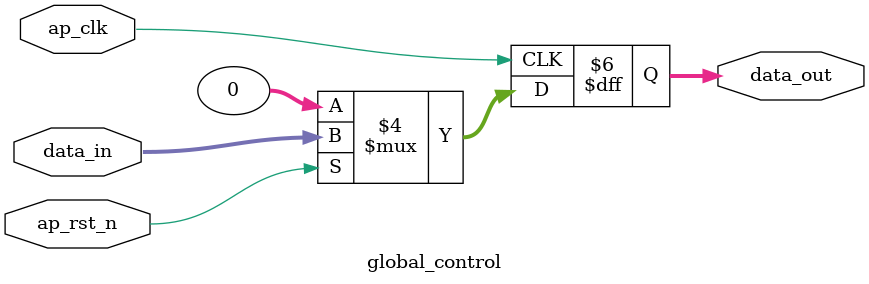
<source format=sv>

module global_control #(
    parameter integer DATA_WIDTH = 32
) (
    // Standard Xilinx/FINN naming
    input wire ap_clk,
    input wire ap_rst_n,
    
    // Alternative valid patterns that could be recognized:
    // input wire aclk,          // AXI standard clock
    // input wire aresetn,       // AXI standard active-low reset
    // input wire clk,           // Simple clock
    // input wire rst_n,         // Simple active-low reset
    // input wire clock,         // Verbose clock
    // input wire reset_n,       // Verbose active-low reset
    
    // Simple data path to make module valid
    input wire [DATA_WIDTH-1:0] data_in,
    output reg [DATA_WIDTH-1:0] data_out
);

    // Register data on clock
    always @(posedge ap_clk) begin
        if (!ap_rst_n) begin
            data_out <= '0;
        end else begin
            data_out <= data_in;
        end
    end

endmodule
</source>
